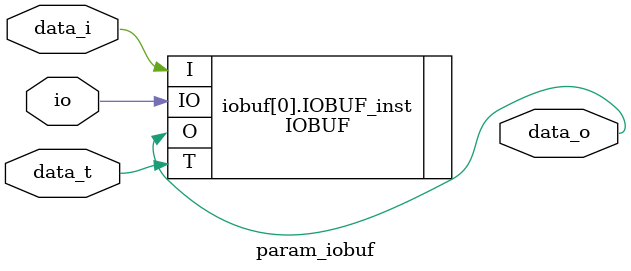
<source format=v>
`timescale 1ns / 1ps


module param_iobuf
    #(parameter WIDTH=1)
    (
    input [WIDTH-1:0] data_i,
    output [WIDTH-1:0] data_o,
    input [WIDTH-1:0] data_t,
    inout [WIDTH-1:0] io
    );
    

    genvar i;
    generate
        for (i=0; i<WIDTH; i=i+1) 
        begin : iobuf
            IOBUF IOBUF_inst (
            .O(data_o[i]),   // 1-bit output: Buffer output
            .I(data_i[i]),   // 1-bit input: Buffer input
            .IO(io[i]), // 1-bit inout: Buffer inout (connect directly to top-level port)
            .T(data_t[i])    // 1-bit input: 3-state enable input
            );
        end
    endgenerate

endmodule

</source>
